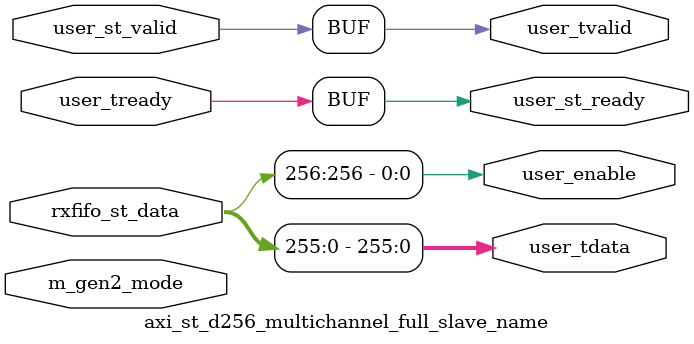
<source format=sv>
module axi_st_d256_multichannel_full_slave_name  (

  // st channel
  output logic [ 255:   0]   user_tdata          ,
  output logic               user_tvalid         ,
  input  logic               user_tready         ,
  output logic [   0:   0]   user_enable         ,

  // Logic Link Interfaces
  input  logic               user_st_valid       ,
  input  logic [ 256:   0]   rxfifo_st_data      ,
  output logic               user_st_ready       ,

  input  logic               m_gen2_mode         

);

  // Connect Data

  assign user_tvalid                        = user_st_valid                      ;
  assign user_st_ready                      = user_tready                        ;
  assign user_tdata           [   0 +: 256] = rxfifo_st_data       [   0 +: 256] ;
  assign user_enable          [   0 +:   1] = rxfifo_st_data       [ 256 +:   1] ;

endmodule

</source>
